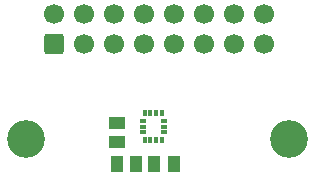
<source format=gbr>
%TF.GenerationSoftware,KiCad,Pcbnew,9.0.0*%
%TF.CreationDate,2025-03-07T07:21:17+07:00*%
%TF.ProjectId,IMU,494d552e-6b69-4636-9164-5f7063625858,rev?*%
%TF.SameCoordinates,Original*%
%TF.FileFunction,Soldermask,Top*%
%TF.FilePolarity,Negative*%
%FSLAX46Y46*%
G04 Gerber Fmt 4.6, Leading zero omitted, Abs format (unit mm)*
G04 Created by KiCad (PCBNEW 9.0.0) date 2025-03-07 07:21:17*
%MOMM*%
%LPD*%
G01*
G04 APERTURE LIST*
G04 Aperture macros list*
%AMRoundRect*
0 Rectangle with rounded corners*
0 $1 Rounding radius*
0 $2 $3 $4 $5 $6 $7 $8 $9 X,Y pos of 4 corners*
0 Add a 4 corners polygon primitive as box body*
4,1,4,$2,$3,$4,$5,$6,$7,$8,$9,$2,$3,0*
0 Add four circle primitives for the rounded corners*
1,1,$1+$1,$2,$3*
1,1,$1+$1,$4,$5*
1,1,$1+$1,$6,$7*
1,1,$1+$1,$8,$9*
0 Add four rect primitives between the rounded corners*
20,1,$1+$1,$2,$3,$4,$5,0*
20,1,$1+$1,$4,$5,$6,$7,0*
20,1,$1+$1,$6,$7,$8,$9,0*
20,1,$1+$1,$8,$9,$2,$3,0*%
G04 Aperture macros list end*
%ADD10C,3.200000*%
%ADD11R,1.020000X1.470000*%
%ADD12RoundRect,0.250000X0.600000X-0.600000X0.600000X0.600000X-0.600000X0.600000X-0.600000X-0.600000X0*%
%ADD13C,1.700000*%
%ADD14R,0.300000X0.600000*%
%ADD15R,0.600000X0.300000*%
%ADD16R,1.470000X1.020000*%
G04 APERTURE END LIST*
D10*
%TO.C,H2*%
X139650000Y-109075000D03*
%TD*%
D11*
%TO.C,C1*%
X152110000Y-111225000D03*
X150490000Y-111225000D03*
%TD*%
D10*
%TO.C,H1*%
X161900000Y-109075000D03*
%TD*%
D12*
%TO.C,J2*%
X141990000Y-101065000D03*
D13*
X141990000Y-98525000D03*
X144530000Y-101065000D03*
X144530000Y-98525000D03*
X147070000Y-101065000D03*
X147070000Y-98525000D03*
X149610000Y-101065000D03*
X149610000Y-98525000D03*
X152150000Y-101065000D03*
X152150000Y-98525000D03*
X154690000Y-101065000D03*
X154690000Y-98525000D03*
X157230000Y-101065000D03*
X157230000Y-98525000D03*
X159770000Y-101065000D03*
X159770000Y-98525000D03*
%TD*%
D14*
%TO.C,IC1*%
X151150000Y-106900000D03*
X150650000Y-106900000D03*
X150150000Y-106900000D03*
X149650000Y-106900000D03*
D15*
X149500000Y-107550000D03*
X149500000Y-108050000D03*
X149500000Y-108550000D03*
D14*
X149650000Y-109200000D03*
X150150000Y-109200000D03*
X150650000Y-109200000D03*
X151150000Y-109200000D03*
D15*
X151300000Y-108550000D03*
X151300000Y-108050000D03*
X151300000Y-107550000D03*
%TD*%
D11*
%TO.C,C2*%
X147290000Y-111225000D03*
X148910000Y-111225000D03*
%TD*%
D16*
%TO.C,C3*%
X147300000Y-107740000D03*
X147300000Y-109360000D03*
%TD*%
M02*

</source>
